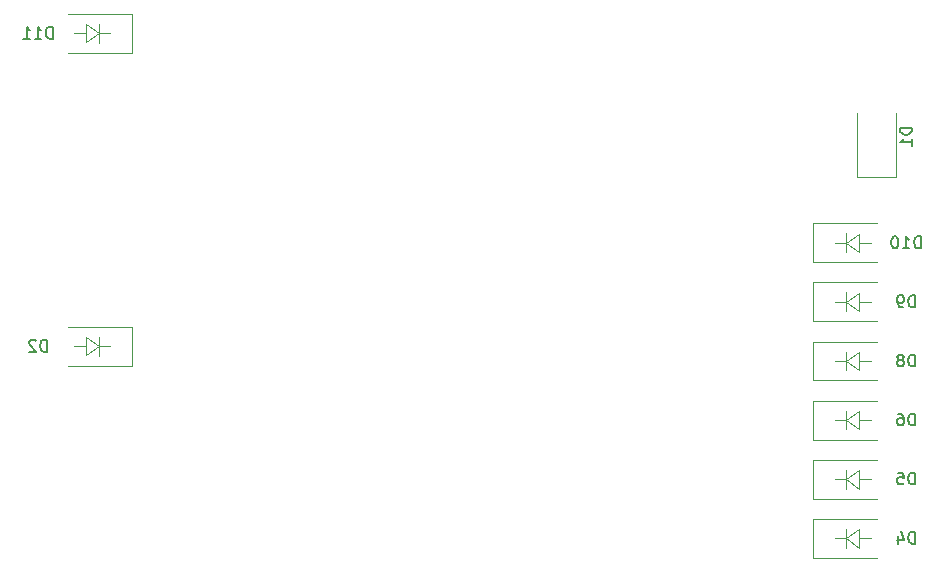
<source format=gbr>
G04 #@! TF.GenerationSoftware,KiCad,Pcbnew,(5.0.0-3-g5ebb6b6)*
G04 #@! TF.CreationDate,2018-09-16T20:50:52-07:00*
G04 #@! TF.ProjectId,controller_MK5,636F6E74726F6C6C65725F4D4B352E6B,rev?*
G04 #@! TF.SameCoordinates,Original*
G04 #@! TF.FileFunction,Legend,Bot*
G04 #@! TF.FilePolarity,Positive*
%FSLAX46Y46*%
G04 Gerber Fmt 4.6, Leading zero omitted, Abs format (unit mm)*
G04 Created by KiCad (PCBNEW (5.0.0-3-g5ebb6b6)) date Sunday, September 16, 2018 at 08:50:52 PM*
%MOMM*%
%LPD*%
G01*
G04 APERTURE LIST*
%ADD10C,0.120000*%
%ADD11C,0.100000*%
%ADD12C,0.150000*%
G04 APERTURE END LIST*
D10*
G04 #@! TO.C,D1*
X147050000Y-98600000D02*
X143750000Y-98600000D01*
X143750000Y-98600000D02*
X143750000Y-93200000D01*
X147050000Y-98600000D02*
X147050000Y-93200000D01*
G04 #@! TO.C,D4*
X140000000Y-130850000D02*
X140000000Y-127550000D01*
D11*
X142750559Y-129198980D02*
X141848860Y-129198980D01*
X143901180Y-129198980D02*
X144899399Y-129198980D01*
X142750559Y-129999080D02*
X142750559Y-128398880D01*
X143901180Y-128449680D02*
X143901180Y-129999081D01*
X142750559Y-129198980D02*
X143901180Y-128449680D01*
X142750559Y-129198980D02*
X143901180Y-129999081D01*
D10*
X140000000Y-127550000D02*
X145400000Y-127550000D01*
X140000000Y-130850000D02*
X145400000Y-130850000D01*
G04 #@! TO.C,D5*
X140000000Y-125850000D02*
X140000000Y-122550000D01*
D11*
X142750559Y-124198980D02*
X141848860Y-124198980D01*
X143901180Y-124198980D02*
X144899399Y-124198980D01*
X142750559Y-124999080D02*
X142750559Y-123398880D01*
X143901180Y-123449680D02*
X143901180Y-124999081D01*
X142750559Y-124198980D02*
X143901180Y-123449680D01*
X142750559Y-124198980D02*
X143901180Y-124999081D01*
D10*
X140000000Y-122550000D02*
X145400000Y-122550000D01*
X140000000Y-125850000D02*
X145400000Y-125850000D01*
G04 #@! TO.C,D6*
X140000000Y-120850000D02*
X145400000Y-120850000D01*
X140000000Y-117550000D02*
X145400000Y-117550000D01*
D11*
X142750559Y-119198980D02*
X143901180Y-119999081D01*
X142750559Y-119198980D02*
X143901180Y-118449680D01*
X143901180Y-118449680D02*
X143901180Y-119999081D01*
X142750559Y-119999080D02*
X142750559Y-118398880D01*
X143901180Y-119198980D02*
X144899399Y-119198980D01*
X142750559Y-119198980D02*
X141848860Y-119198980D01*
D10*
X140000000Y-120850000D02*
X140000000Y-117550000D01*
G04 #@! TO.C,D8*
X140000000Y-115850000D02*
X145400000Y-115850000D01*
X140000000Y-112550000D02*
X145400000Y-112550000D01*
D11*
X142750559Y-114198980D02*
X143901180Y-114999081D01*
X142750559Y-114198980D02*
X143901180Y-113449680D01*
X143901180Y-113449680D02*
X143901180Y-114999081D01*
X142750559Y-114999080D02*
X142750559Y-113398880D01*
X143901180Y-114198980D02*
X144899399Y-114198980D01*
X142750559Y-114198980D02*
X141848860Y-114198980D01*
D10*
X140000000Y-115850000D02*
X140000000Y-112550000D01*
G04 #@! TO.C,D9*
X140000000Y-110850000D02*
X140000000Y-107550000D01*
D11*
X142750559Y-109198980D02*
X141848860Y-109198980D01*
X143901180Y-109198980D02*
X144899399Y-109198980D01*
X142750559Y-109999080D02*
X142750559Y-108398880D01*
X143901180Y-108449680D02*
X143901180Y-109999081D01*
X142750559Y-109198980D02*
X143901180Y-108449680D01*
X142750559Y-109198980D02*
X143901180Y-109999081D01*
D10*
X140000000Y-107550000D02*
X145400000Y-107550000D01*
X140000000Y-110850000D02*
X145400000Y-110850000D01*
G04 #@! TO.C,D10*
X140000000Y-105850000D02*
X145400000Y-105850000D01*
X140000000Y-102550000D02*
X145400000Y-102550000D01*
D11*
X142750559Y-104198980D02*
X143901180Y-104999081D01*
X142750559Y-104198980D02*
X143901180Y-103449680D01*
X143901180Y-103449680D02*
X143901180Y-104999081D01*
X142750559Y-104999080D02*
X142750559Y-103398880D01*
X143901180Y-104198980D02*
X144899399Y-104198980D01*
X142750559Y-104198980D02*
X141848860Y-104198980D01*
D10*
X140000000Y-105850000D02*
X140000000Y-102550000D01*
G04 #@! TO.C,D11*
X82300000Y-84800000D02*
X82300000Y-88100000D01*
D11*
X79549441Y-86451020D02*
X80451140Y-86451020D01*
X78398820Y-86451020D02*
X77400601Y-86451020D01*
X79549441Y-85650920D02*
X79549441Y-87251120D01*
X78398820Y-87200320D02*
X78398820Y-85650919D01*
X79549441Y-86451020D02*
X78398820Y-87200320D01*
X79549441Y-86451020D02*
X78398820Y-85650919D01*
D10*
X82300000Y-88100000D02*
X76900000Y-88100000D01*
X82300000Y-84800000D02*
X76900000Y-84800000D01*
G04 #@! TO.C,D2*
X82300000Y-111300000D02*
X82300000Y-114600000D01*
D11*
X79549441Y-112951020D02*
X80451140Y-112951020D01*
X78398820Y-112951020D02*
X77400601Y-112951020D01*
X79549441Y-112150920D02*
X79549441Y-113751120D01*
X78398820Y-113700320D02*
X78398820Y-112150919D01*
X79549441Y-112951020D02*
X78398820Y-113700320D01*
X79549441Y-112951020D02*
X78398820Y-112150919D01*
D10*
X82300000Y-114600000D02*
X76900000Y-114600000D01*
X82300000Y-111300000D02*
X76900000Y-111300000D01*
G04 #@! TO.C,D1*
D12*
X148352380Y-94461904D02*
X147352380Y-94461904D01*
X147352380Y-94700000D01*
X147400000Y-94842857D01*
X147495238Y-94938095D01*
X147590476Y-94985714D01*
X147780952Y-95033333D01*
X147923809Y-95033333D01*
X148114285Y-94985714D01*
X148209523Y-94938095D01*
X148304761Y-94842857D01*
X148352380Y-94700000D01*
X148352380Y-94461904D01*
X148352380Y-95985714D02*
X148352380Y-95414285D01*
X148352380Y-95700000D02*
X147352380Y-95700000D01*
X147495238Y-95604761D01*
X147590476Y-95509523D01*
X147638095Y-95414285D01*
G04 #@! TO.C,D4*
X148638095Y-129652380D02*
X148638095Y-128652380D01*
X148400000Y-128652380D01*
X148257142Y-128700000D01*
X148161904Y-128795238D01*
X148114285Y-128890476D01*
X148066666Y-129080952D01*
X148066666Y-129223809D01*
X148114285Y-129414285D01*
X148161904Y-129509523D01*
X148257142Y-129604761D01*
X148400000Y-129652380D01*
X148638095Y-129652380D01*
X147209523Y-128985714D02*
X147209523Y-129652380D01*
X147447619Y-128604761D02*
X147685714Y-129319047D01*
X147066666Y-129319047D01*
G04 #@! TO.C,D5*
X148638095Y-124652380D02*
X148638095Y-123652380D01*
X148400000Y-123652380D01*
X148257142Y-123700000D01*
X148161904Y-123795238D01*
X148114285Y-123890476D01*
X148066666Y-124080952D01*
X148066666Y-124223809D01*
X148114285Y-124414285D01*
X148161904Y-124509523D01*
X148257142Y-124604761D01*
X148400000Y-124652380D01*
X148638095Y-124652380D01*
X147161904Y-123652380D02*
X147638095Y-123652380D01*
X147685714Y-124128571D01*
X147638095Y-124080952D01*
X147542857Y-124033333D01*
X147304761Y-124033333D01*
X147209523Y-124080952D01*
X147161904Y-124128571D01*
X147114285Y-124223809D01*
X147114285Y-124461904D01*
X147161904Y-124557142D01*
X147209523Y-124604761D01*
X147304761Y-124652380D01*
X147542857Y-124652380D01*
X147638095Y-124604761D01*
X147685714Y-124557142D01*
G04 #@! TO.C,D6*
X148638095Y-119652380D02*
X148638095Y-118652380D01*
X148400000Y-118652380D01*
X148257142Y-118700000D01*
X148161904Y-118795238D01*
X148114285Y-118890476D01*
X148066666Y-119080952D01*
X148066666Y-119223809D01*
X148114285Y-119414285D01*
X148161904Y-119509523D01*
X148257142Y-119604761D01*
X148400000Y-119652380D01*
X148638095Y-119652380D01*
X147209523Y-118652380D02*
X147400000Y-118652380D01*
X147495238Y-118700000D01*
X147542857Y-118747619D01*
X147638095Y-118890476D01*
X147685714Y-119080952D01*
X147685714Y-119461904D01*
X147638095Y-119557142D01*
X147590476Y-119604761D01*
X147495238Y-119652380D01*
X147304761Y-119652380D01*
X147209523Y-119604761D01*
X147161904Y-119557142D01*
X147114285Y-119461904D01*
X147114285Y-119223809D01*
X147161904Y-119128571D01*
X147209523Y-119080952D01*
X147304761Y-119033333D01*
X147495238Y-119033333D01*
X147590476Y-119080952D01*
X147638095Y-119128571D01*
X147685714Y-119223809D01*
G04 #@! TO.C,D8*
X148638095Y-114652380D02*
X148638095Y-113652380D01*
X148400000Y-113652380D01*
X148257142Y-113700000D01*
X148161904Y-113795238D01*
X148114285Y-113890476D01*
X148066666Y-114080952D01*
X148066666Y-114223809D01*
X148114285Y-114414285D01*
X148161904Y-114509523D01*
X148257142Y-114604761D01*
X148400000Y-114652380D01*
X148638095Y-114652380D01*
X147495238Y-114080952D02*
X147590476Y-114033333D01*
X147638095Y-113985714D01*
X147685714Y-113890476D01*
X147685714Y-113842857D01*
X147638095Y-113747619D01*
X147590476Y-113700000D01*
X147495238Y-113652380D01*
X147304761Y-113652380D01*
X147209523Y-113700000D01*
X147161904Y-113747619D01*
X147114285Y-113842857D01*
X147114285Y-113890476D01*
X147161904Y-113985714D01*
X147209523Y-114033333D01*
X147304761Y-114080952D01*
X147495238Y-114080952D01*
X147590476Y-114128571D01*
X147638095Y-114176190D01*
X147685714Y-114271428D01*
X147685714Y-114461904D01*
X147638095Y-114557142D01*
X147590476Y-114604761D01*
X147495238Y-114652380D01*
X147304761Y-114652380D01*
X147209523Y-114604761D01*
X147161904Y-114557142D01*
X147114285Y-114461904D01*
X147114285Y-114271428D01*
X147161904Y-114176190D01*
X147209523Y-114128571D01*
X147304761Y-114080952D01*
G04 #@! TO.C,D9*
X148638095Y-109652380D02*
X148638095Y-108652380D01*
X148400000Y-108652380D01*
X148257142Y-108700000D01*
X148161904Y-108795238D01*
X148114285Y-108890476D01*
X148066666Y-109080952D01*
X148066666Y-109223809D01*
X148114285Y-109414285D01*
X148161904Y-109509523D01*
X148257142Y-109604761D01*
X148400000Y-109652380D01*
X148638095Y-109652380D01*
X147590476Y-109652380D02*
X147400000Y-109652380D01*
X147304761Y-109604761D01*
X147257142Y-109557142D01*
X147161904Y-109414285D01*
X147114285Y-109223809D01*
X147114285Y-108842857D01*
X147161904Y-108747619D01*
X147209523Y-108700000D01*
X147304761Y-108652380D01*
X147495238Y-108652380D01*
X147590476Y-108700000D01*
X147638095Y-108747619D01*
X147685714Y-108842857D01*
X147685714Y-109080952D01*
X147638095Y-109176190D01*
X147590476Y-109223809D01*
X147495238Y-109271428D01*
X147304761Y-109271428D01*
X147209523Y-109223809D01*
X147161904Y-109176190D01*
X147114285Y-109080952D01*
G04 #@! TO.C,D10*
X149114285Y-104652380D02*
X149114285Y-103652380D01*
X148876190Y-103652380D01*
X148733333Y-103700000D01*
X148638095Y-103795238D01*
X148590476Y-103890476D01*
X148542857Y-104080952D01*
X148542857Y-104223809D01*
X148590476Y-104414285D01*
X148638095Y-104509523D01*
X148733333Y-104604761D01*
X148876190Y-104652380D01*
X149114285Y-104652380D01*
X147590476Y-104652380D02*
X148161904Y-104652380D01*
X147876190Y-104652380D02*
X147876190Y-103652380D01*
X147971428Y-103795238D01*
X148066666Y-103890476D01*
X148161904Y-103938095D01*
X146971428Y-103652380D02*
X146876190Y-103652380D01*
X146780952Y-103700000D01*
X146733333Y-103747619D01*
X146685714Y-103842857D01*
X146638095Y-104033333D01*
X146638095Y-104271428D01*
X146685714Y-104461904D01*
X146733333Y-104557142D01*
X146780952Y-104604761D01*
X146876190Y-104652380D01*
X146971428Y-104652380D01*
X147066666Y-104604761D01*
X147114285Y-104557142D01*
X147161904Y-104461904D01*
X147209523Y-104271428D01*
X147209523Y-104033333D01*
X147161904Y-103842857D01*
X147114285Y-103747619D01*
X147066666Y-103700000D01*
X146971428Y-103652380D01*
G04 #@! TO.C,D11*
X75614285Y-86902380D02*
X75614285Y-85902380D01*
X75376190Y-85902380D01*
X75233333Y-85950000D01*
X75138095Y-86045238D01*
X75090476Y-86140476D01*
X75042857Y-86330952D01*
X75042857Y-86473809D01*
X75090476Y-86664285D01*
X75138095Y-86759523D01*
X75233333Y-86854761D01*
X75376190Y-86902380D01*
X75614285Y-86902380D01*
X74090476Y-86902380D02*
X74661904Y-86902380D01*
X74376190Y-86902380D02*
X74376190Y-85902380D01*
X74471428Y-86045238D01*
X74566666Y-86140476D01*
X74661904Y-86188095D01*
X73138095Y-86902380D02*
X73709523Y-86902380D01*
X73423809Y-86902380D02*
X73423809Y-85902380D01*
X73519047Y-86045238D01*
X73614285Y-86140476D01*
X73709523Y-86188095D01*
G04 #@! TO.C,D2*
X75138095Y-113402380D02*
X75138095Y-112402380D01*
X74900000Y-112402380D01*
X74757142Y-112450000D01*
X74661904Y-112545238D01*
X74614285Y-112640476D01*
X74566666Y-112830952D01*
X74566666Y-112973809D01*
X74614285Y-113164285D01*
X74661904Y-113259523D01*
X74757142Y-113354761D01*
X74900000Y-113402380D01*
X75138095Y-113402380D01*
X74185714Y-112497619D02*
X74138095Y-112450000D01*
X74042857Y-112402380D01*
X73804761Y-112402380D01*
X73709523Y-112450000D01*
X73661904Y-112497619D01*
X73614285Y-112592857D01*
X73614285Y-112688095D01*
X73661904Y-112830952D01*
X74233333Y-113402380D01*
X73614285Y-113402380D01*
G04 #@! TD*
M02*

</source>
